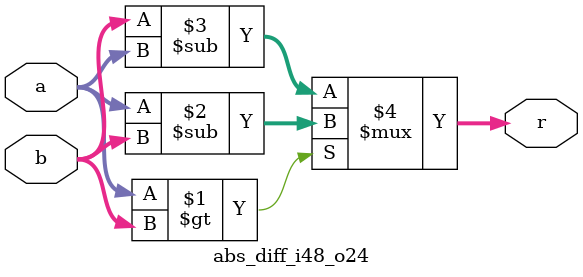
<source format=v>
module abs_diff_i48_o24(a,b,r);
input [23:0] a,b;
output [23:0] r;

assign r = (a>b) ? (a-b) : (b-a);

endmodule

</source>
